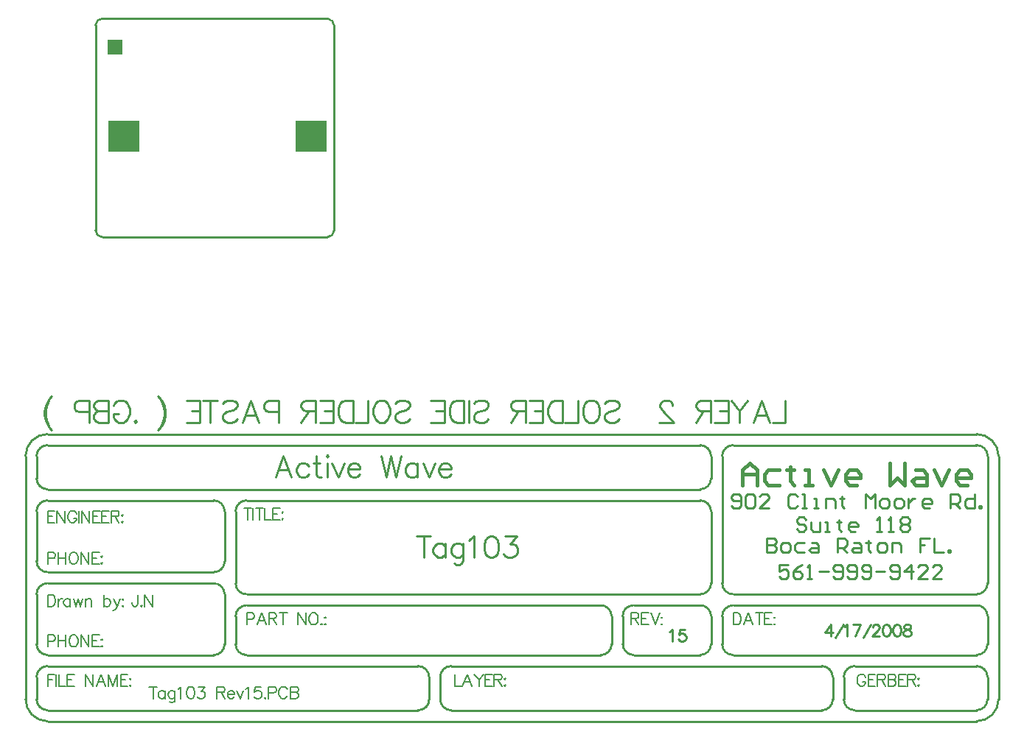
<source format=gbp>
%FSLAX23Y23*%
%MOIN*%
G70*
G01*
G75*
G04 Layer_Color=15461320*
%ADD10R,0.024X0.024*%
%ADD11R,0.014X0.035*%
%ADD12R,0.014X0.035*%
%ADD13R,0.030X0.030*%
%ADD14R,0.030X0.030*%
%ADD15R,0.025X0.030*%
%ADD16R,0.074X0.045*%
%ADD17R,0.020X0.050*%
%ADD18O,0.016X0.060*%
%ADD19O,0.016X0.060*%
%ADD20R,0.024X0.100*%
%ADD21R,0.024X0.090*%
%ADD22R,0.070X0.024*%
%ADD23R,0.090X0.024*%
%ADD24R,0.075X0.043*%
%ADD25R,0.036X0.050*%
%ADD26R,0.036X0.036*%
%ADD27O,0.024X0.080*%
%ADD28C,0.010*%
%ADD29C,0.008*%
%ADD30C,0.020*%
%ADD31C,0.025*%
%ADD32C,0.012*%
%ADD33C,0.015*%
%ADD34C,0.016*%
%ADD35C,0.014*%
%ADD36C,0.026*%
%ADD37C,0.006*%
%ADD38C,0.005*%
%ADD39C,0.009*%
%ADD40C,0.039*%
%ADD41C,0.070*%
%ADD42R,0.050X0.050*%
%ADD43R,0.039X0.043*%
%ADD44C,0.024*%
%ADD45R,0.070X0.070*%
%ADD46R,0.140X0.140*%
%ADD47C,0.030*%
D28*
X3050Y-825D02*
Y-925D01*
X2993D01*
X2906D02*
X2944Y-825D01*
X2982Y-925D01*
X2968Y-892D02*
X2920D01*
X2882Y-825D02*
X2844Y-873D01*
Y-925D01*
X2806Y-825D02*
X2844Y-873D01*
X2731Y-825D02*
X2793D01*
Y-925D01*
X2731D01*
X2793Y-873D02*
X2755D01*
X2715Y-825D02*
Y-925D01*
Y-825D02*
X2672D01*
X2658Y-830D01*
X2653Y-835D01*
X2648Y-844D01*
Y-854D01*
X2653Y-863D01*
X2658Y-868D01*
X2672Y-873D01*
X2715D01*
X2682D02*
X2648Y-925D01*
X2542Y-849D02*
Y-844D01*
X2538Y-835D01*
X2533Y-830D01*
X2523Y-825D01*
X2504D01*
X2495Y-830D01*
X2490Y-835D01*
X2485Y-844D01*
Y-854D01*
X2490Y-863D01*
X2500Y-877D01*
X2547Y-925D01*
X2481D01*
X2234Y-839D02*
X2244Y-830D01*
X2258Y-825D01*
X2277D01*
X2292Y-830D01*
X2301Y-839D01*
Y-849D01*
X2296Y-858D01*
X2292Y-863D01*
X2282Y-868D01*
X2254Y-877D01*
X2244Y-882D01*
X2239Y-887D01*
X2234Y-896D01*
Y-911D01*
X2244Y-920D01*
X2258Y-925D01*
X2277D01*
X2292Y-920D01*
X2301Y-911D01*
X2184Y-825D02*
X2193Y-830D01*
X2203Y-839D01*
X2207Y-849D01*
X2212Y-863D01*
Y-887D01*
X2207Y-901D01*
X2203Y-911D01*
X2193Y-920D01*
X2184Y-925D01*
X2164D01*
X2155Y-920D01*
X2145Y-911D01*
X2141Y-901D01*
X2136Y-887D01*
Y-863D01*
X2141Y-849D01*
X2145Y-839D01*
X2155Y-830D01*
X2164Y-825D01*
X2184D01*
X2113D02*
Y-925D01*
X2055D01*
X2045Y-825D02*
Y-925D01*
Y-825D02*
X2011D01*
X1997Y-830D01*
X1987Y-839D01*
X1983Y-849D01*
X1978Y-863D01*
Y-887D01*
X1983Y-901D01*
X1987Y-911D01*
X1997Y-920D01*
X2011Y-925D01*
X2045D01*
X1894Y-825D02*
X1955D01*
Y-925D01*
X1894D01*
X1955Y-873D02*
X1917D01*
X1877Y-825D02*
Y-925D01*
Y-825D02*
X1834D01*
X1820Y-830D01*
X1815Y-835D01*
X1810Y-844D01*
Y-854D01*
X1815Y-863D01*
X1820Y-868D01*
X1834Y-873D01*
X1877D01*
X1844D02*
X1810Y-925D01*
X1643Y-839D02*
X1652Y-830D01*
X1666Y-825D01*
X1686D01*
X1700Y-830D01*
X1709Y-839D01*
Y-849D01*
X1705Y-858D01*
X1700Y-863D01*
X1690Y-868D01*
X1662Y-877D01*
X1652Y-882D01*
X1647Y-887D01*
X1643Y-896D01*
Y-911D01*
X1652Y-920D01*
X1666Y-925D01*
X1686D01*
X1700Y-920D01*
X1709Y-911D01*
X1620Y-825D02*
Y-925D01*
X1599Y-825D02*
Y-925D01*
Y-825D02*
X1566D01*
X1552Y-830D01*
X1542Y-839D01*
X1537Y-849D01*
X1533Y-863D01*
Y-887D01*
X1537Y-901D01*
X1542Y-911D01*
X1552Y-920D01*
X1566Y-925D01*
X1599D01*
X1448Y-825D02*
X1510D01*
Y-925D01*
X1448D01*
X1510Y-873D02*
X1472D01*
X1287Y-839D02*
X1296Y-830D01*
X1310Y-825D01*
X1329D01*
X1344Y-830D01*
X1353Y-839D01*
Y-849D01*
X1348Y-858D01*
X1344Y-863D01*
X1334Y-868D01*
X1306Y-877D01*
X1296Y-882D01*
X1291Y-887D01*
X1287Y-896D01*
Y-911D01*
X1296Y-920D01*
X1310Y-925D01*
X1329D01*
X1344Y-920D01*
X1353Y-911D01*
X1236Y-825D02*
X1245Y-830D01*
X1255Y-839D01*
X1259Y-849D01*
X1264Y-863D01*
Y-887D01*
X1259Y-901D01*
X1255Y-911D01*
X1245Y-920D01*
X1236Y-925D01*
X1217D01*
X1207Y-920D01*
X1198Y-911D01*
X1193Y-901D01*
X1188Y-887D01*
Y-863D01*
X1193Y-849D01*
X1198Y-839D01*
X1207Y-830D01*
X1217Y-825D01*
X1236D01*
X1165D02*
Y-925D01*
X1108D01*
X1097Y-825D02*
Y-925D01*
Y-825D02*
X1063D01*
X1049Y-830D01*
X1039Y-839D01*
X1035Y-849D01*
X1030Y-863D01*
Y-887D01*
X1035Y-901D01*
X1039Y-911D01*
X1049Y-920D01*
X1063Y-925D01*
X1097D01*
X946Y-825D02*
X1008D01*
Y-925D01*
X946D01*
X1008Y-873D02*
X969D01*
X929Y-825D02*
Y-925D01*
Y-825D02*
X886D01*
X872Y-830D01*
X867Y-835D01*
X862Y-844D01*
Y-854D01*
X867Y-863D01*
X872Y-868D01*
X886Y-873D01*
X929D01*
X896D02*
X862Y-925D01*
X761Y-877D02*
X719D01*
X704Y-873D01*
X700Y-868D01*
X695Y-858D01*
Y-844D01*
X700Y-835D01*
X704Y-830D01*
X719Y-825D01*
X761D01*
Y-925D01*
X596D02*
X634Y-825D01*
X672Y-925D01*
X658Y-892D02*
X611D01*
X506Y-839D02*
X516Y-830D01*
X530Y-825D01*
X549D01*
X563Y-830D01*
X573Y-839D01*
Y-849D01*
X568Y-858D01*
X563Y-863D01*
X554Y-868D01*
X525Y-877D01*
X516Y-882D01*
X511Y-887D01*
X506Y-896D01*
Y-911D01*
X516Y-920D01*
X530Y-925D01*
X549D01*
X563Y-920D01*
X573Y-911D01*
X451Y-825D02*
Y-925D01*
X484Y-825D02*
X417D01*
X343D02*
X405D01*
Y-925D01*
X343D01*
X405Y-873D02*
X367D01*
X215Y-806D02*
X224Y-816D01*
X234Y-830D01*
X243Y-849D01*
X248Y-873D01*
Y-892D01*
X243Y-915D01*
X234Y-935D01*
X224Y-949D01*
X215Y-958D01*
X224Y-816D02*
X234Y-835D01*
X239Y-849D01*
X243Y-873D01*
Y-892D01*
X239Y-915D01*
X234Y-930D01*
X224Y-949D01*
X113Y-915D02*
X117Y-920D01*
X113Y-925D01*
X108Y-920D01*
X113Y-915D01*
X14Y-849D02*
X19Y-839D01*
X29Y-830D01*
X38Y-825D01*
X57D01*
X67Y-830D01*
X76Y-839D01*
X81Y-849D01*
X86Y-863D01*
Y-887D01*
X81Y-901D01*
X76Y-911D01*
X67Y-920D01*
X57Y-925D01*
X38D01*
X29Y-920D01*
X19Y-911D01*
X14Y-901D01*
Y-887D01*
X38D02*
X14D01*
X-8Y-825D02*
Y-925D01*
Y-825D02*
X-51D01*
X-66Y-830D01*
X-70Y-835D01*
X-75Y-844D01*
Y-854D01*
X-70Y-863D01*
X-66Y-868D01*
X-51Y-873D01*
X-8D02*
X-51D01*
X-66Y-877D01*
X-70Y-882D01*
X-75Y-892D01*
Y-906D01*
X-70Y-915D01*
X-66Y-920D01*
X-51Y-925D01*
X-8D01*
X-97Y-877D02*
X-140D01*
X-155Y-873D01*
X-159Y-868D01*
X-164Y-858D01*
Y-844D01*
X-159Y-835D01*
X-155Y-830D01*
X-140Y-825D01*
X-97D01*
Y-925D01*
X-265Y-806D02*
X-275Y-816D01*
X-284Y-830D01*
X-294Y-849D01*
X-298Y-873D01*
Y-892D01*
X-294Y-915D01*
X-284Y-935D01*
X-275Y-949D01*
X-265Y-958D01*
X-275Y-816D02*
X-284Y-835D01*
X-289Y-849D01*
X-294Y-873D01*
Y-892D01*
X-289Y-915D01*
X-284Y-930D01*
X-275Y-949D01*
X-37Y903D02*
G03*
X-67Y873I0J-30D01*
G01*
X1011D02*
G03*
X981Y903I-30J0D01*
G01*
Y-86D02*
G03*
X1011Y-56I0J30D01*
G01*
X-67D02*
G03*
X-37Y-86I30J0D01*
G01*
X-67Y-56D02*
Y873D01*
X-37Y903D02*
X981D01*
X1011Y-56D02*
Y873D01*
X-37Y-86D02*
X981D01*
X3966Y-1802D02*
G03*
X3917Y-1753I-49J0D01*
G01*
X2816D02*
G03*
X2766Y-1803I0J-50D01*
G01*
X3916Y-1703D02*
G03*
X3966Y-1653I0J50D01*
G01*
X2766D02*
G03*
X2816Y-1703I50J0D01*
G01*
X-284Y-978D02*
G03*
X-384Y-1078I0J-100D01*
G01*
Y-2177D02*
G03*
X-285Y-2278I101J0D01*
G01*
X3916Y-2278D02*
G03*
X4016Y-2178I0J100D01*
G01*
Y-1078D02*
G03*
X3916Y-978I-100J0D01*
G01*
X3966Y-1077D02*
G03*
X3915Y-1028I-49J0D01*
G01*
X3916Y-1978D02*
G03*
X3966Y-1928I0J50D01*
G01*
X3966Y-2077D02*
G03*
X3916Y-2028I-50J-1D01*
G01*
Y-2228D02*
G03*
X3966Y-2178I0J50D01*
G01*
X2666Y-1978D02*
G03*
X2716Y-1928I0J50D01*
G01*
X2766Y-1929D02*
G03*
X2816Y-1978I49J0D01*
G01*
X2716Y-1802D02*
G03*
X2667Y-1753I-49J0D01*
G01*
X-334Y-2178D02*
G03*
X-285Y-2228I50J0D01*
G01*
X2667Y-1703D02*
G03*
X2716Y-1653I-1J50D01*
G01*
X-284Y-2028D02*
G03*
X-334Y-2078I0J-50D01*
G01*
X2716Y-1328D02*
G03*
X2666Y-1278I-50J0D01*
G01*
Y-1228D02*
G03*
X2716Y-1178I0J50D01*
G01*
X2816Y-1028D02*
G03*
X2766Y-1078I0J-50D01*
G01*
X2716D02*
G03*
X2666Y-1028I-50J0D01*
G01*
X-284D02*
G03*
X-334Y-1078I0J-50D01*
G01*
Y-1178D02*
G03*
X-284Y-1228I50J0D01*
G01*
Y-1278D02*
G03*
X-334Y-1328I0J-50D01*
G01*
Y-1553D02*
G03*
X-284Y-1603I50J0D01*
G01*
Y-1653D02*
G03*
X-334Y-1703I0J-50D01*
G01*
Y-1928D02*
G03*
X-285Y-1978I50J0D01*
G01*
X616Y-1278D02*
G03*
X566Y-1328I0J-50D01*
G01*
X616Y-1753D02*
G03*
X566Y-1803I0J-50D01*
G01*
X2364Y-1753D02*
G03*
X2316Y-1804I0J-48D01*
G01*
X2316Y-1927D02*
G03*
X2366Y-1978I51J0D01*
G01*
X2217Y-1978D02*
G03*
X2266Y-1928I0J49D01*
G01*
X2266Y-1802D02*
G03*
X2217Y-1753I-49J0D01*
G01*
X467Y-1978D02*
G03*
X516Y-1929I0J49D01*
G01*
X566D02*
G03*
X615Y-1978I49J0D01*
G01*
X566Y-1654D02*
G03*
X615Y-1703I49J0D01*
G01*
X516Y-1702D02*
G03*
X465Y-1653I-49J0D01*
G01*
X468Y-1603D02*
G03*
X516Y-1555I0J48D01*
G01*
Y-1327D02*
G03*
X467Y-1278I-49J0D01*
G01*
X3366Y-2028D02*
G03*
X3316Y-2078I0J-50D01*
G01*
Y-2179D02*
G03*
X3366Y-2228I49J0D01*
G01*
X3217Y-2228D02*
G03*
X3266Y-2179I1J48D01*
G01*
X3266Y-2078D02*
G03*
X3216Y-2028I-50J0D01*
G01*
X1491Y-2178D02*
G03*
X1540Y-2228I50J0D01*
G01*
X1541Y-2028D02*
G03*
X1491Y-2078I0J-50D01*
G01*
X1392Y-2228D02*
G03*
X1441Y-2179I1J48D01*
G01*
X1441Y-2078D02*
G03*
X1391Y-2028I-50J0D01*
G01*
X3966Y-1928D02*
Y-1802D01*
X2766Y-1928D02*
Y-1803D01*
X3966Y-1653D02*
Y-1078D01*
X2766Y-1653D02*
Y-1078D01*
X-384Y-2178D02*
Y-1078D01*
X-334Y-2178D02*
Y-2078D01*
X3966Y-2178D02*
Y-2078D01*
X2716Y-1928D02*
Y-1803D01*
X2316Y-1928D02*
Y-1803D01*
X566Y-1928D02*
Y-1803D01*
X2266Y-1928D02*
Y-1803D01*
X566Y-1653D02*
Y-1328D01*
X2716Y-1653D02*
Y-1328D01*
Y-1178D02*
Y-1078D01*
X-334Y-1178D02*
Y-1078D01*
X516Y-1553D02*
Y-1328D01*
X-334Y-1553D02*
Y-1328D01*
X516Y-1928D02*
Y-1703D01*
X-334Y-1928D02*
Y-1703D01*
X4016Y-2178D02*
Y-1078D01*
X3316Y-2178D02*
Y-2078D01*
X3266Y-2178D02*
Y-2078D01*
X1491Y-2178D02*
Y-2078D01*
X1441Y-2178D02*
Y-2078D01*
X2816Y-1753D02*
X3916D01*
X2816Y-1703D02*
X3916D01*
X616D02*
X2666D01*
X2816Y-1028D02*
X3916D01*
X2816Y-1978D02*
X3916D01*
X2366Y-1753D02*
X2666D01*
X2366Y-1978D02*
X2666D01*
X616D02*
X2216D01*
X616Y-1753D02*
X2216D01*
X616Y-1278D02*
X2666D01*
X-284Y-1228D02*
X2666D01*
X-284Y-1278D02*
X466D01*
X-284Y-1603D02*
X466D01*
X-284Y-1653D02*
X466D01*
X-284Y-1978D02*
X466D01*
X-284Y-978D02*
X3916D01*
X-284Y-2278D02*
X3916D01*
X-284Y-1028D02*
X2666D01*
X3366Y-2028D02*
X3916D01*
X3366Y-2228D02*
X3916D01*
X1541Y-2028D02*
X3216D01*
X-284D02*
X1391D01*
X-284Y-2228D02*
X1391D01*
X1541D02*
X3216D01*
X3145Y-1365D02*
X3135Y-1354D01*
X3113D01*
X3103Y-1365D01*
Y-1375D01*
X3113Y-1386D01*
X3135D01*
X3145Y-1397D01*
Y-1407D01*
X3135Y-1418D01*
X3113D01*
X3103Y-1407D01*
X3167Y-1375D02*
Y-1407D01*
X3177Y-1418D01*
X3209D01*
Y-1375D01*
X3230Y-1418D02*
X3252D01*
X3241D01*
Y-1375D01*
X3230D01*
X3294Y-1365D02*
Y-1375D01*
X3284D01*
X3305D01*
X3294D01*
Y-1407D01*
X3305Y-1418D01*
X3369D02*
X3348D01*
X3337Y-1407D01*
Y-1386D01*
X3348Y-1375D01*
X3369D01*
X3380Y-1386D01*
Y-1397D01*
X3337D01*
X3465Y-1418D02*
X3486D01*
X3476D01*
Y-1354D01*
X3465Y-1365D01*
X3518Y-1418D02*
X3540D01*
X3529D01*
Y-1354D01*
X3518Y-1365D01*
X3572D02*
X3582Y-1354D01*
X3604D01*
X3614Y-1365D01*
Y-1375D01*
X3604Y-1386D01*
X3614Y-1397D01*
Y-1407D01*
X3604Y-1418D01*
X3582D01*
X3572Y-1407D01*
Y-1397D01*
X3582Y-1386D01*
X3572Y-1375D01*
Y-1365D01*
X3582Y-1386D02*
X3604D01*
X3065Y-1569D02*
X3023D01*
Y-1601D01*
X3044Y-1590D01*
X3055D01*
X3065Y-1601D01*
Y-1622D01*
X3055Y-1633D01*
X3033D01*
X3023Y-1622D01*
X3129Y-1569D02*
X3108Y-1580D01*
X3087Y-1601D01*
Y-1622D01*
X3097Y-1633D01*
X3118D01*
X3129Y-1622D01*
Y-1612D01*
X3118Y-1601D01*
X3087D01*
X3150Y-1633D02*
X3172D01*
X3161D01*
Y-1569D01*
X3150Y-1580D01*
X3204Y-1601D02*
X3246D01*
X3268Y-1622D02*
X3278Y-1633D01*
X3300D01*
X3310Y-1622D01*
Y-1580D01*
X3300Y-1569D01*
X3278D01*
X3268Y-1580D01*
Y-1590D01*
X3278Y-1601D01*
X3310D01*
X3332Y-1622D02*
X3342Y-1633D01*
X3364D01*
X3374Y-1622D01*
Y-1580D01*
X3364Y-1569D01*
X3342D01*
X3332Y-1580D01*
Y-1590D01*
X3342Y-1601D01*
X3374D01*
X3396Y-1622D02*
X3406Y-1633D01*
X3428D01*
X3438Y-1622D01*
Y-1580D01*
X3428Y-1569D01*
X3406D01*
X3396Y-1580D01*
Y-1590D01*
X3406Y-1601D01*
X3438D01*
X3460D02*
X3502D01*
X3524Y-1622D02*
X3534Y-1633D01*
X3556D01*
X3566Y-1622D01*
Y-1580D01*
X3556Y-1569D01*
X3534D01*
X3524Y-1580D01*
Y-1590D01*
X3534Y-1601D01*
X3566D01*
X3620Y-1633D02*
Y-1569D01*
X3588Y-1601D01*
X3630D01*
X3694Y-1633D02*
X3652D01*
X3694Y-1590D01*
Y-1580D01*
X3684Y-1569D01*
X3662D01*
X3652Y-1580D01*
X3758Y-1633D02*
X3716D01*
X3758Y-1590D01*
Y-1580D01*
X3748Y-1569D01*
X3726D01*
X3716Y-1580D01*
X2808Y-1302D02*
X2818Y-1313D01*
X2840D01*
X2850Y-1302D01*
Y-1260D01*
X2840Y-1249D01*
X2818D01*
X2808Y-1260D01*
Y-1270D01*
X2818Y-1281D01*
X2850D01*
X2872Y-1260D02*
X2882Y-1249D01*
X2903D01*
X2914Y-1260D01*
Y-1302D01*
X2903Y-1313D01*
X2882D01*
X2872Y-1302D01*
Y-1260D01*
X2978Y-1313D02*
X2935D01*
X2978Y-1270D01*
Y-1260D01*
X2967Y-1249D01*
X2946D01*
X2935Y-1260D01*
X3106D02*
X3095Y-1249D01*
X3074D01*
X3063Y-1260D01*
Y-1302D01*
X3074Y-1313D01*
X3095D01*
X3106Y-1302D01*
X3127Y-1313D02*
X3149D01*
X3138D01*
Y-1249D01*
X3127D01*
X3181Y-1313D02*
X3202D01*
X3191D01*
Y-1270D01*
X3181D01*
X3234Y-1313D02*
Y-1270D01*
X3266D01*
X3277Y-1281D01*
Y-1313D01*
X3309Y-1260D02*
Y-1270D01*
X3298D01*
X3319D01*
X3309D01*
Y-1302D01*
X3319Y-1313D01*
X3415D02*
Y-1249D01*
X3437Y-1270D01*
X3458Y-1249D01*
Y-1313D01*
X3490D02*
X3511D01*
X3522Y-1302D01*
Y-1281D01*
X3511Y-1270D01*
X3490D01*
X3479Y-1281D01*
Y-1302D01*
X3490Y-1313D01*
X3554D02*
X3575D01*
X3586Y-1302D01*
Y-1281D01*
X3575Y-1270D01*
X3554D01*
X3543Y-1281D01*
Y-1302D01*
X3554Y-1313D01*
X3607Y-1270D02*
Y-1313D01*
Y-1292D01*
X3618Y-1281D01*
X3629Y-1270D01*
X3639D01*
X3703Y-1313D02*
X3682D01*
X3671Y-1302D01*
Y-1281D01*
X3682Y-1270D01*
X3703D01*
X3714Y-1281D01*
Y-1292D01*
X3671D01*
X3799Y-1313D02*
Y-1249D01*
X3831D01*
X3842Y-1260D01*
Y-1281D01*
X3831Y-1292D01*
X3799D01*
X3821D02*
X3842Y-1313D01*
X3906Y-1249D02*
Y-1313D01*
X3874D01*
X3863Y-1302D01*
Y-1281D01*
X3874Y-1270D01*
X3906D01*
X3927Y-1313D02*
Y-1302D01*
X3938D01*
Y-1313D01*
X3927D01*
X2968Y-1449D02*
Y-1513D01*
X3000D01*
X3010Y-1502D01*
Y-1492D01*
X3000Y-1481D01*
X2968D01*
X3000D01*
X3010Y-1470D01*
Y-1460D01*
X3000Y-1449D01*
X2968D01*
X3042Y-1513D02*
X3063D01*
X3074Y-1502D01*
Y-1481D01*
X3063Y-1470D01*
X3042D01*
X3032Y-1481D01*
Y-1502D01*
X3042Y-1513D01*
X3138Y-1470D02*
X3106D01*
X3095Y-1481D01*
Y-1502D01*
X3106Y-1513D01*
X3138D01*
X3170Y-1470D02*
X3191D01*
X3202Y-1481D01*
Y-1513D01*
X3170D01*
X3159Y-1502D01*
X3170Y-1492D01*
X3202D01*
X3287Y-1513D02*
Y-1449D01*
X3319D01*
X3330Y-1460D01*
Y-1481D01*
X3319Y-1492D01*
X3287D01*
X3309D02*
X3330Y-1513D01*
X3362Y-1470D02*
X3383D01*
X3394Y-1481D01*
Y-1513D01*
X3362D01*
X3351Y-1502D01*
X3362Y-1492D01*
X3394D01*
X3426Y-1460D02*
Y-1470D01*
X3415D01*
X3437D01*
X3426D01*
Y-1502D01*
X3437Y-1513D01*
X3479D02*
X3501D01*
X3511Y-1502D01*
Y-1481D01*
X3501Y-1470D01*
X3479D01*
X3469Y-1481D01*
Y-1502D01*
X3479Y-1513D01*
X3533D02*
Y-1470D01*
X3565D01*
X3575Y-1481D01*
Y-1513D01*
X3703Y-1449D02*
X3661D01*
Y-1481D01*
X3682D01*
X3661D01*
Y-1513D01*
X3725Y-1449D02*
Y-1513D01*
X3767D01*
X3789D02*
Y-1502D01*
X3799D01*
Y-1513D01*
X3789D01*
D29*
X124Y-1706D02*
Y-1747D01*
X122Y-1754D01*
X119Y-1757D01*
X114Y-1759D01*
X109D01*
X104Y-1757D01*
X101Y-1754D01*
X99Y-1747D01*
Y-1741D01*
X141Y-1754D02*
X138Y-1757D01*
X141Y-1759D01*
X143Y-1757D01*
X141Y-1754D01*
X155Y-1706D02*
Y-1759D01*
Y-1706D02*
X190Y-1759D01*
Y-1706D02*
Y-1759D01*
D33*
X2858Y-1208D02*
Y-1141D01*
X2891Y-1108D01*
X2924Y-1141D01*
Y-1208D01*
Y-1158D01*
X2858D01*
X3024Y-1141D02*
X2974D01*
X2957Y-1158D01*
Y-1191D01*
X2974Y-1208D01*
X3024D01*
X3074Y-1125D02*
Y-1141D01*
X3057D01*
X3091D01*
X3074D01*
Y-1191D01*
X3091Y-1208D01*
X3141D02*
X3174D01*
X3157D01*
Y-1141D01*
X3141D01*
X3224D02*
X3257Y-1208D01*
X3291Y-1141D01*
X3374Y-1208D02*
X3341D01*
X3324Y-1191D01*
Y-1158D01*
X3341Y-1141D01*
X3374D01*
X3391Y-1158D01*
Y-1175D01*
X3324D01*
X3524Y-1108D02*
Y-1208D01*
X3557Y-1175D01*
X3591Y-1208D01*
Y-1108D01*
X3641Y-1141D02*
X3674D01*
X3691Y-1158D01*
Y-1208D01*
X3641D01*
X3624Y-1191D01*
X3641Y-1175D01*
X3691D01*
X3724Y-1141D02*
X3757Y-1208D01*
X3791Y-1141D01*
X3874Y-1208D02*
X3841D01*
X3824Y-1191D01*
Y-1158D01*
X3841Y-1141D01*
X3874D01*
X3891Y-1158D01*
Y-1175D01*
X3824D01*
D38*
X193Y-2122D02*
Y-2175D01*
X175Y-2122D02*
X211D01*
X247Y-2139D02*
Y-2175D01*
Y-2147D02*
X242Y-2142D01*
X237Y-2139D01*
X230D01*
X225Y-2142D01*
X219Y-2147D01*
X217Y-2155D01*
Y-2160D01*
X219Y-2167D01*
X225Y-2172D01*
X230Y-2175D01*
X237D01*
X242Y-2172D01*
X247Y-2167D01*
X292Y-2139D02*
Y-2180D01*
X290Y-2188D01*
X287Y-2190D01*
X282Y-2193D01*
X274D01*
X269Y-2190D01*
X292Y-2147D02*
X287Y-2142D01*
X282Y-2139D01*
X274D01*
X269Y-2142D01*
X264Y-2147D01*
X262Y-2155D01*
Y-2160D01*
X264Y-2167D01*
X269Y-2172D01*
X274Y-2175D01*
X282D01*
X287Y-2172D01*
X292Y-2167D01*
X306Y-2132D02*
X311Y-2129D01*
X319Y-2122D01*
Y-2175D01*
X361Y-2122D02*
X353Y-2124D01*
X348Y-2132D01*
X345Y-2145D01*
Y-2152D01*
X348Y-2165D01*
X353Y-2172D01*
X361Y-2175D01*
X366D01*
X373Y-2172D01*
X378Y-2165D01*
X381Y-2152D01*
Y-2145D01*
X378Y-2132D01*
X373Y-2124D01*
X366Y-2122D01*
X361D01*
X398D02*
X426D01*
X411Y-2142D01*
X418D01*
X423Y-2145D01*
X426Y-2147D01*
X428Y-2155D01*
Y-2160D01*
X426Y-2167D01*
X421Y-2172D01*
X413Y-2175D01*
X406D01*
X398Y-2172D01*
X395Y-2170D01*
X393Y-2165D01*
X482Y-2122D02*
Y-2175D01*
Y-2122D02*
X505D01*
X513Y-2124D01*
X515Y-2127D01*
X518Y-2132D01*
Y-2137D01*
X515Y-2142D01*
X513Y-2145D01*
X505Y-2147D01*
X482D01*
X500D02*
X518Y-2175D01*
X530Y-2155D02*
X560D01*
Y-2150D01*
X558Y-2145D01*
X555Y-2142D01*
X550Y-2139D01*
X542D01*
X537Y-2142D01*
X532Y-2147D01*
X530Y-2155D01*
Y-2160D01*
X532Y-2167D01*
X537Y-2172D01*
X542Y-2175D01*
X550D01*
X555Y-2172D01*
X560Y-2167D01*
X572Y-2139D02*
X587Y-2175D01*
X602Y-2139D02*
X587Y-2175D01*
X611Y-2132D02*
X616Y-2129D01*
X623Y-2122D01*
Y-2175D01*
X680Y-2122D02*
X655D01*
X652Y-2145D01*
X655Y-2142D01*
X663Y-2139D01*
X670D01*
X678Y-2142D01*
X683Y-2147D01*
X685Y-2155D01*
Y-2160D01*
X683Y-2167D01*
X678Y-2172D01*
X670Y-2175D01*
X663D01*
X655Y-2172D01*
X652Y-2170D01*
X650Y-2165D01*
X700Y-2170D02*
X697Y-2172D01*
X700Y-2175D01*
X702Y-2172D01*
X700Y-2170D01*
X714Y-2150D02*
X737D01*
X745Y-2147D01*
X747Y-2145D01*
X750Y-2139D01*
Y-2132D01*
X747Y-2127D01*
X745Y-2124D01*
X737Y-2122D01*
X714D01*
Y-2175D01*
X800Y-2134D02*
X797Y-2129D01*
X792Y-2124D01*
X787Y-2122D01*
X777D01*
X772Y-2124D01*
X767Y-2129D01*
X764Y-2134D01*
X762Y-2142D01*
Y-2155D01*
X764Y-2162D01*
X767Y-2167D01*
X772Y-2172D01*
X777Y-2175D01*
X787D01*
X792Y-2172D01*
X797Y-2167D01*
X800Y-2162D01*
X815Y-2122D02*
Y-2175D01*
Y-2122D02*
X837D01*
X845Y-2124D01*
X848Y-2127D01*
X850Y-2132D01*
Y-2137D01*
X848Y-2142D01*
X845Y-2145D01*
X837Y-2147D01*
X815D02*
X837D01*
X845Y-2150D01*
X848Y-2152D01*
X850Y-2157D01*
Y-2165D01*
X848Y-2170D01*
X845Y-2172D01*
X837Y-2175D01*
X815D01*
X2816Y-1787D02*
Y-1841D01*
Y-1787D02*
X2834D01*
X2841Y-1790D01*
X2846Y-1795D01*
X2849Y-1800D01*
X2851Y-1808D01*
Y-1820D01*
X2849Y-1828D01*
X2846Y-1833D01*
X2841Y-1838D01*
X2834Y-1841D01*
X2816D01*
X2904D02*
X2884Y-1787D01*
X2863Y-1841D01*
X2871Y-1823D02*
X2896D01*
X2934Y-1787D02*
Y-1841D01*
X2916Y-1787D02*
X2952D01*
X2991D02*
X2958D01*
Y-1841D01*
X2991D01*
X2958Y-1813D02*
X2979D01*
X3003Y-1805D02*
X3000Y-1808D01*
X3003Y-1810D01*
X3005Y-1808D01*
X3003Y-1805D01*
Y-1836D02*
X3000Y-1838D01*
X3003Y-1841D01*
X3005Y-1838D01*
X3003Y-1836D01*
X2353Y-1787D02*
Y-1841D01*
Y-1787D02*
X2376D01*
X2384Y-1790D01*
X2386Y-1792D01*
X2389Y-1798D01*
Y-1803D01*
X2386Y-1808D01*
X2384Y-1810D01*
X2376Y-1813D01*
X2353D01*
X2371D02*
X2389Y-1841D01*
X2434Y-1787D02*
X2401D01*
Y-1841D01*
X2434D01*
X2401Y-1813D02*
X2421D01*
X2443Y-1787D02*
X2463Y-1841D01*
X2483Y-1787D02*
X2463Y-1841D01*
X2493Y-1805D02*
X2490Y-1808D01*
X2493Y-1810D01*
X2495Y-1808D01*
X2493Y-1805D01*
Y-1836D02*
X2490Y-1838D01*
X2493Y-1841D01*
X2495Y-1838D01*
X2493Y-1836D01*
X-284Y-1540D02*
X-261D01*
X-254Y-1538D01*
X-251Y-1535D01*
X-249Y-1530D01*
Y-1523D01*
X-251Y-1517D01*
X-254Y-1515D01*
X-261Y-1512D01*
X-284D01*
Y-1566D01*
X-237Y-1512D02*
Y-1566D01*
X-201Y-1512D02*
Y-1566D01*
X-237Y-1538D02*
X-201D01*
X-171Y-1512D02*
X-176Y-1515D01*
X-181Y-1520D01*
X-184Y-1525D01*
X-186Y-1533D01*
Y-1545D01*
X-184Y-1553D01*
X-181Y-1558D01*
X-176Y-1563D01*
X-171Y-1566D01*
X-161D01*
X-156Y-1563D01*
X-151Y-1558D01*
X-148Y-1553D01*
X-146Y-1545D01*
Y-1533D01*
X-148Y-1525D01*
X-151Y-1520D01*
X-156Y-1515D01*
X-161Y-1512D01*
X-171D01*
X-133D02*
Y-1566D01*
Y-1512D02*
X-98Y-1566D01*
Y-1512D02*
Y-1566D01*
X-50Y-1512D02*
X-83D01*
Y-1566D01*
X-50D01*
X-83Y-1538D02*
X-63D01*
X-39Y-1530D02*
X-41Y-1533D01*
X-39Y-1535D01*
X-36Y-1533D01*
X-39Y-1530D01*
Y-1561D02*
X-41Y-1563D01*
X-39Y-1566D01*
X-36Y-1563D01*
X-39Y-1561D01*
X-284Y-1915D02*
X-261D01*
X-254Y-1913D01*
X-251Y-1910D01*
X-249Y-1905D01*
Y-1898D01*
X-251Y-1892D01*
X-254Y-1890D01*
X-261Y-1887D01*
X-284D01*
Y-1941D01*
X-237Y-1887D02*
Y-1941D01*
X-201Y-1887D02*
Y-1941D01*
X-237Y-1913D02*
X-201D01*
X-171Y-1887D02*
X-176Y-1890D01*
X-181Y-1895D01*
X-184Y-1900D01*
X-186Y-1908D01*
Y-1920D01*
X-184Y-1928D01*
X-181Y-1933D01*
X-176Y-1938D01*
X-171Y-1941D01*
X-161D01*
X-156Y-1938D01*
X-151Y-1933D01*
X-148Y-1928D01*
X-146Y-1920D01*
Y-1908D01*
X-148Y-1900D01*
X-151Y-1895D01*
X-156Y-1890D01*
X-161Y-1887D01*
X-171D01*
X-133D02*
Y-1941D01*
Y-1887D02*
X-98Y-1941D01*
Y-1887D02*
Y-1941D01*
X-50Y-1887D02*
X-83D01*
Y-1941D01*
X-50D01*
X-83Y-1913D02*
X-63D01*
X-39Y-1905D02*
X-41Y-1908D01*
X-39Y-1910D01*
X-36Y-1908D01*
X-39Y-1905D01*
Y-1936D02*
X-41Y-1938D01*
X-39Y-1941D01*
X-36Y-1938D01*
X-39Y-1936D01*
X1556Y-2065D02*
Y-2118D01*
X1586D01*
X1633D02*
X1613Y-2065D01*
X1592Y-2118D01*
X1600Y-2100D02*
X1625D01*
X1645Y-2065D02*
X1666Y-2090D01*
Y-2118D01*
X1686Y-2065D02*
X1666Y-2090D01*
X1726Y-2065D02*
X1693D01*
Y-2118D01*
X1726D01*
X1693Y-2090D02*
X1713D01*
X1735Y-2065D02*
Y-2118D01*
Y-2065D02*
X1758D01*
X1765Y-2067D01*
X1768Y-2070D01*
X1770Y-2075D01*
Y-2080D01*
X1768Y-2085D01*
X1765Y-2088D01*
X1758Y-2090D01*
X1735D01*
X1752D02*
X1770Y-2118D01*
X1785Y-2083D02*
X1782Y-2085D01*
X1785Y-2088D01*
X1787Y-2085D01*
X1785Y-2083D01*
Y-2113D02*
X1782Y-2116D01*
X1785Y-2118D01*
X1787Y-2116D01*
X1785Y-2113D01*
X-251Y-1325D02*
X-284D01*
Y-1378D01*
X-251D01*
X-284Y-1350D02*
X-264D01*
X-242Y-1325D02*
Y-1378D01*
Y-1325D02*
X-207Y-1378D01*
Y-1325D02*
Y-1378D01*
X-154Y-1338D02*
X-156Y-1332D01*
X-161Y-1327D01*
X-167Y-1325D01*
X-177D01*
X-182Y-1327D01*
X-187Y-1332D01*
X-189Y-1338D01*
X-192Y-1345D01*
Y-1358D01*
X-189Y-1365D01*
X-187Y-1371D01*
X-182Y-1376D01*
X-177Y-1378D01*
X-167D01*
X-161Y-1376D01*
X-156Y-1371D01*
X-154Y-1365D01*
Y-1358D01*
X-167D02*
X-154D01*
X-142Y-1325D02*
Y-1378D01*
X-130Y-1325D02*
Y-1378D01*
Y-1325D02*
X-95Y-1378D01*
Y-1325D02*
Y-1378D01*
X-47Y-1325D02*
X-80D01*
Y-1378D01*
X-47D01*
X-80Y-1350D02*
X-60D01*
X-5Y-1325D02*
X-38D01*
Y-1378D01*
X-5D01*
X-38Y-1350D02*
X-18D01*
X4Y-1325D02*
Y-1378D01*
Y-1325D02*
X26D01*
X34Y-1327D01*
X37Y-1330D01*
X39Y-1335D01*
Y-1340D01*
X37Y-1345D01*
X34Y-1348D01*
X26Y-1350D01*
X4D01*
X21D02*
X39Y-1378D01*
X54Y-1343D02*
X51Y-1345D01*
X54Y-1348D01*
X56Y-1345D01*
X54Y-1343D01*
Y-1373D02*
X51Y-1376D01*
X54Y-1378D01*
X56Y-1376D01*
X54Y-1373D01*
X616Y-1815D02*
X639D01*
X646Y-1813D01*
X649Y-1810D01*
X651Y-1805D01*
Y-1798D01*
X649Y-1792D01*
X646Y-1790D01*
X639Y-1787D01*
X616D01*
Y-1841D01*
X704D02*
X684Y-1787D01*
X663Y-1841D01*
X671Y-1823D02*
X696D01*
X716Y-1787D02*
Y-1841D01*
Y-1787D02*
X739D01*
X747Y-1790D01*
X749Y-1792D01*
X752Y-1798D01*
Y-1803D01*
X749Y-1808D01*
X747Y-1810D01*
X739Y-1813D01*
X716D01*
X734D02*
X752Y-1841D01*
X782Y-1787D02*
Y-1841D01*
X764Y-1787D02*
X800D01*
X848D02*
Y-1841D01*
Y-1787D02*
X883Y-1841D01*
Y-1787D02*
Y-1841D01*
X913Y-1787D02*
X908Y-1790D01*
X903Y-1795D01*
X901Y-1800D01*
X898Y-1808D01*
Y-1820D01*
X901Y-1828D01*
X903Y-1833D01*
X908Y-1838D01*
X913Y-1841D01*
X923D01*
X928Y-1838D01*
X934Y-1833D01*
X936Y-1828D01*
X939Y-1820D01*
Y-1808D01*
X936Y-1800D01*
X934Y-1795D01*
X928Y-1790D01*
X923Y-1787D01*
X913D01*
X954Y-1836D02*
X951Y-1838D01*
X954Y-1841D01*
X956Y-1838D01*
X954Y-1836D01*
X970Y-1805D02*
X968Y-1808D01*
X970Y-1810D01*
X973Y-1808D01*
X970Y-1805D01*
Y-1836D02*
X968Y-1838D01*
X970Y-1841D01*
X973Y-1838D01*
X970Y-1836D01*
X621Y-1312D02*
Y-1366D01*
X603Y-1312D02*
X639D01*
X645D02*
Y-1366D01*
X674Y-1312D02*
Y-1366D01*
X656Y-1312D02*
X692D01*
X698D02*
Y-1366D01*
X729D01*
X768Y-1312D02*
X735D01*
Y-1366D01*
X768D01*
X735Y-1338D02*
X755D01*
X779Y-1330D02*
X777Y-1333D01*
X779Y-1335D01*
X782Y-1333D01*
X779Y-1330D01*
Y-1361D02*
X777Y-1363D01*
X779Y-1366D01*
X782Y-1363D01*
X779Y-1361D01*
X-284Y-1705D02*
Y-1758D01*
Y-1705D02*
X-266D01*
X-259Y-1707D01*
X-254Y-1712D01*
X-251Y-1718D01*
X-249Y-1725D01*
Y-1738D01*
X-251Y-1745D01*
X-254Y-1751D01*
X-259Y-1756D01*
X-266Y-1758D01*
X-284D01*
X-237Y-1723D02*
Y-1758D01*
Y-1738D02*
X-234Y-1730D01*
X-229Y-1725D01*
X-224Y-1723D01*
X-216D01*
X-181D02*
Y-1758D01*
Y-1730D02*
X-186Y-1725D01*
X-191Y-1723D01*
X-199D01*
X-204Y-1725D01*
X-209Y-1730D01*
X-211Y-1738D01*
Y-1743D01*
X-209Y-1751D01*
X-204Y-1756D01*
X-199Y-1758D01*
X-191D01*
X-186Y-1756D01*
X-181Y-1751D01*
X-167Y-1723D02*
X-157Y-1758D01*
X-146Y-1723D02*
X-157Y-1758D01*
X-146Y-1723D02*
X-136Y-1758D01*
X-126Y-1723D02*
X-136Y-1758D01*
X-114Y-1723D02*
Y-1758D01*
Y-1733D02*
X-106Y-1725D01*
X-101Y-1723D01*
X-93D01*
X-88Y-1725D01*
X-86Y-1733D01*
Y-1758D01*
X-30Y-1705D02*
Y-1758D01*
Y-1730D02*
X-25Y-1725D01*
X-20Y-1723D01*
X-12D01*
X-7Y-1725D01*
X-2Y-1730D01*
X1Y-1738D01*
Y-1743D01*
X-2Y-1751D01*
X-7Y-1756D01*
X-12Y-1758D01*
X-20D01*
X-25Y-1756D01*
X-30Y-1751D01*
X15Y-1723D02*
X30Y-1758D01*
X45Y-1723D02*
X30Y-1758D01*
X25Y-1768D01*
X20Y-1773D01*
X15Y-1776D01*
X12D01*
X56Y-1723D02*
X54Y-1725D01*
X56Y-1728D01*
X59Y-1725D01*
X56Y-1723D01*
Y-1753D02*
X54Y-1756D01*
X56Y-1758D01*
X59Y-1756D01*
X56Y-1753D01*
X-284Y-2065D02*
Y-2118D01*
Y-2065D02*
X-251D01*
X-284Y-2090D02*
X-264D01*
X-245Y-2065D02*
Y-2118D01*
X-234Y-2065D02*
Y-2118D01*
X-203D01*
X-164Y-2065D02*
X-197D01*
Y-2118D01*
X-164D01*
X-197Y-2090D02*
X-177D01*
X-114Y-2065D02*
Y-2118D01*
Y-2065D02*
X-78Y-2118D01*
Y-2065D02*
Y-2118D01*
X-23D02*
X-43Y-2065D01*
X-63Y-2118D01*
X-56Y-2100D02*
X-30D01*
X-10Y-2065D02*
Y-2118D01*
Y-2065D02*
X10Y-2118D01*
X30Y-2065D02*
X10Y-2118D01*
X30Y-2065D02*
Y-2118D01*
X79Y-2065D02*
X46D01*
Y-2118D01*
X79D01*
X46Y-2090D02*
X66D01*
X90Y-2083D02*
X87Y-2085D01*
X90Y-2088D01*
X92Y-2085D01*
X90Y-2083D01*
Y-2113D02*
X87Y-2116D01*
X90Y-2118D01*
X92Y-2116D01*
X90Y-2113D01*
X3414Y-2078D02*
X3411Y-2072D01*
X3406Y-2067D01*
X3401Y-2065D01*
X3391D01*
X3386Y-2067D01*
X3381Y-2072D01*
X3378Y-2078D01*
X3376Y-2085D01*
Y-2098D01*
X3378Y-2105D01*
X3381Y-2111D01*
X3386Y-2116D01*
X3391Y-2118D01*
X3401D01*
X3406Y-2116D01*
X3411Y-2111D01*
X3414Y-2105D01*
Y-2098D01*
X3401D02*
X3414D01*
X3459Y-2065D02*
X3426D01*
Y-2118D01*
X3459D01*
X3426Y-2090D02*
X3447D01*
X3468Y-2065D02*
Y-2118D01*
Y-2065D02*
X3491D01*
X3499Y-2067D01*
X3501Y-2070D01*
X3504Y-2075D01*
Y-2080D01*
X3501Y-2085D01*
X3499Y-2088D01*
X3491Y-2090D01*
X3468D01*
X3486D02*
X3504Y-2118D01*
X3516Y-2065D02*
Y-2118D01*
Y-2065D02*
X3538D01*
X3546Y-2067D01*
X3549Y-2070D01*
X3551Y-2075D01*
Y-2080D01*
X3549Y-2085D01*
X3546Y-2088D01*
X3538Y-2090D01*
X3516D02*
X3538D01*
X3546Y-2093D01*
X3549Y-2095D01*
X3551Y-2100D01*
Y-2108D01*
X3549Y-2113D01*
X3546Y-2116D01*
X3538Y-2118D01*
X3516D01*
X3596Y-2065D02*
X3563D01*
Y-2118D01*
X3596D01*
X3563Y-2090D02*
X3583D01*
X3605Y-2065D02*
Y-2118D01*
Y-2065D02*
X3628D01*
X3635Y-2067D01*
X3638Y-2070D01*
X3640Y-2075D01*
Y-2080D01*
X3638Y-2085D01*
X3635Y-2088D01*
X3628Y-2090D01*
X3605D01*
X3623D02*
X3640Y-2118D01*
X3655Y-2083D02*
X3652Y-2085D01*
X3655Y-2088D01*
X3658Y-2085D01*
X3655Y-2083D01*
Y-2113D02*
X3652Y-2116D01*
X3655Y-2118D01*
X3658Y-2116D01*
X3655Y-2113D01*
D39*
X3256Y-1840D02*
X3231Y-1876D01*
X3269D01*
X3256Y-1840D02*
Y-1894D01*
X3278Y-1901D02*
X3314Y-1840D01*
X3317Y-1850D02*
X3322Y-1848D01*
X3330Y-1840D01*
Y-1894D01*
X3392Y-1840D02*
X3367Y-1894D01*
X3356Y-1840D02*
X3392D01*
X3404Y-1901D02*
X3439Y-1840D01*
X3446Y-1853D02*
Y-1850D01*
X3448Y-1845D01*
X3451Y-1843D01*
X3456Y-1840D01*
X3466D01*
X3471Y-1843D01*
X3473Y-1845D01*
X3476Y-1850D01*
Y-1856D01*
X3473Y-1861D01*
X3468Y-1868D01*
X3443Y-1894D01*
X3479D01*
X3506Y-1840D02*
X3498Y-1843D01*
X3493Y-1850D01*
X3490Y-1863D01*
Y-1871D01*
X3493Y-1883D01*
X3498Y-1891D01*
X3506Y-1894D01*
X3511D01*
X3518Y-1891D01*
X3523Y-1883D01*
X3526Y-1871D01*
Y-1863D01*
X3523Y-1850D01*
X3518Y-1843D01*
X3511Y-1840D01*
X3506D01*
X3553D02*
X3546Y-1843D01*
X3540Y-1850D01*
X3538Y-1863D01*
Y-1871D01*
X3540Y-1883D01*
X3546Y-1891D01*
X3553Y-1894D01*
X3558D01*
X3566Y-1891D01*
X3571Y-1883D01*
X3573Y-1871D01*
Y-1863D01*
X3571Y-1850D01*
X3566Y-1843D01*
X3558Y-1840D01*
X3553D01*
X3598D02*
X3590Y-1843D01*
X3588Y-1848D01*
Y-1853D01*
X3590Y-1858D01*
X3596Y-1861D01*
X3606Y-1863D01*
X3613Y-1866D01*
X3618Y-1871D01*
X3621Y-1876D01*
Y-1883D01*
X3618Y-1889D01*
X3616Y-1891D01*
X3608Y-1894D01*
X3598D01*
X3590Y-1891D01*
X3588Y-1889D01*
X3585Y-1883D01*
Y-1876D01*
X3588Y-1871D01*
X3593Y-1866D01*
X3601Y-1863D01*
X3611Y-1861D01*
X3616Y-1858D01*
X3618Y-1853D01*
Y-1848D01*
X3616Y-1843D01*
X3608Y-1840D01*
X3598D01*
X2528Y-1873D02*
X2533Y-1870D01*
X2541Y-1862D01*
Y-1916D01*
X2598Y-1862D02*
X2573D01*
X2570Y-1885D01*
X2573Y-1883D01*
X2580Y-1880D01*
X2588D01*
X2595Y-1883D01*
X2601Y-1888D01*
X2603Y-1895D01*
Y-1900D01*
X2601Y-1908D01*
X2595Y-1913D01*
X2588Y-1916D01*
X2580D01*
X2573Y-1913D01*
X2570Y-1911D01*
X2568Y-1906D01*
X819Y-1173D02*
X782Y-1077D01*
X746Y-1173D01*
X760Y-1141D02*
X805D01*
X896Y-1123D02*
X887Y-1114D01*
X878Y-1109D01*
X864D01*
X855Y-1114D01*
X846Y-1123D01*
X841Y-1137D01*
Y-1146D01*
X846Y-1159D01*
X855Y-1169D01*
X864Y-1173D01*
X878D01*
X887Y-1169D01*
X896Y-1159D01*
X931Y-1077D02*
Y-1155D01*
X935Y-1169D01*
X944Y-1173D01*
X953D01*
X917Y-1109D02*
X949D01*
X976Y-1077D02*
X981Y-1082D01*
X985Y-1077D01*
X981Y-1073D01*
X976Y-1077D01*
X981Y-1109D02*
Y-1173D01*
X1002Y-1109D02*
X1030Y-1173D01*
X1057Y-1109D02*
X1030Y-1173D01*
X1073Y-1137D02*
X1128D01*
Y-1127D01*
X1123Y-1118D01*
X1118Y-1114D01*
X1109Y-1109D01*
X1096D01*
X1086Y-1114D01*
X1077Y-1123D01*
X1073Y-1137D01*
Y-1146D01*
X1077Y-1159D01*
X1086Y-1169D01*
X1096Y-1173D01*
X1109D01*
X1118Y-1169D01*
X1128Y-1159D01*
X1224Y-1077D02*
X1246Y-1173D01*
X1269Y-1077D02*
X1246Y-1173D01*
X1269Y-1077D02*
X1292Y-1173D01*
X1315Y-1077D02*
X1292Y-1173D01*
X1389Y-1109D02*
Y-1173D01*
Y-1123D02*
X1380Y-1114D01*
X1371Y-1109D01*
X1357D01*
X1348Y-1114D01*
X1339Y-1123D01*
X1334Y-1137D01*
Y-1146D01*
X1339Y-1159D01*
X1348Y-1169D01*
X1357Y-1173D01*
X1371D01*
X1380Y-1169D01*
X1389Y-1159D01*
X1415Y-1109D02*
X1442Y-1173D01*
X1469Y-1109D02*
X1442Y-1173D01*
X1485Y-1137D02*
X1540D01*
Y-1127D01*
X1535Y-1118D01*
X1531Y-1114D01*
X1522Y-1109D01*
X1508D01*
X1499Y-1114D01*
X1490Y-1123D01*
X1485Y-1137D01*
Y-1146D01*
X1490Y-1159D01*
X1499Y-1169D01*
X1508Y-1173D01*
X1522D01*
X1531Y-1169D01*
X1540Y-1159D01*
X1416Y-1440D02*
Y-1536D01*
X1384Y-1440D02*
X1448D01*
X1514Y-1472D02*
Y-1536D01*
Y-1486D02*
X1505Y-1477D01*
X1496Y-1472D01*
X1482D01*
X1473Y-1477D01*
X1464Y-1486D01*
X1459Y-1499D01*
Y-1509D01*
X1464Y-1522D01*
X1473Y-1531D01*
X1482Y-1536D01*
X1496D01*
X1505Y-1531D01*
X1514Y-1522D01*
X1595Y-1472D02*
Y-1545D01*
X1590Y-1559D01*
X1586Y-1563D01*
X1576Y-1568D01*
X1563D01*
X1554Y-1563D01*
X1595Y-1486D02*
X1586Y-1477D01*
X1576Y-1472D01*
X1563D01*
X1554Y-1477D01*
X1544Y-1486D01*
X1540Y-1499D01*
Y-1509D01*
X1544Y-1522D01*
X1554Y-1531D01*
X1563Y-1536D01*
X1576D01*
X1586Y-1531D01*
X1595Y-1522D01*
X1620Y-1458D02*
X1629Y-1454D01*
X1643Y-1440D01*
Y-1536D01*
X1718Y-1440D02*
X1704Y-1445D01*
X1695Y-1458D01*
X1691Y-1481D01*
Y-1495D01*
X1695Y-1518D01*
X1704Y-1531D01*
X1718Y-1536D01*
X1727D01*
X1741Y-1531D01*
X1750Y-1518D01*
X1755Y-1495D01*
Y-1481D01*
X1750Y-1458D01*
X1741Y-1445D01*
X1727Y-1440D01*
X1718D01*
X1785D02*
X1836D01*
X1808Y-1477D01*
X1822D01*
X1831Y-1481D01*
X1836Y-1486D01*
X1840Y-1499D01*
Y-1509D01*
X1836Y-1522D01*
X1826Y-1531D01*
X1813Y-1536D01*
X1799D01*
X1785Y-1531D01*
X1781Y-1527D01*
X1776Y-1518D01*
D45*
X22Y774D02*
D03*
D46*
X61Y369D02*
D03*
X907D02*
D03*
M02*

</source>
